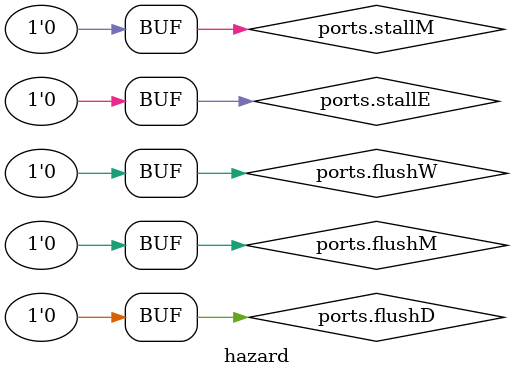
<source format=sv>
`include "mips.svh"

module hazard (
    hazard_intf.hazard ports
);
    // logic CP0E, HILOE, RegE;
    // logic CP0M, HILOM, RegM;
    logic lwstall, branchstall;
    logic rt1, rt2, rs1, rs2;
    always_comb begin
        if ((ports.dataE.decoded_instr.rs != 0) && (ports.dataE.decoded_instr.rs == ports.dataM.writereg) && ports.dataM.decoded_instr.ctl.regwrite) begin
            forwardAE = M;
        end else if ((ports.dataE.decoded_instr.rs != 0) && (ports.dataE.decoded_instr.rs == ports.dataW.writereg) && ports.dataW.decoded_instr.ctl.regwrite) begin
            forwardAE = W;
        end else begin
            forwardAE = E;
        end
        if ((ports.dataE.decoded_instr.rt != 0) && (ports.dataE.decoded_instr.rs == ports.dataM.writereg) && ports.dataM.decoded_instr.ctl.regwrite) begin
            forwardBE = M;
        end else if ((ports.dataE.decoded_instr.rt != 0) && (ports.dataE.decoded_instr.rs == ports.dataW.writereg) && ports.dataW.decoded_instr.ctl.regwrite) begin
            forwardBE = W;
        end else begin
            forwardBE = E;
        end
        if ((ports.dataD.decoded_instr.rs != 0) && (ports.dataD.decoded_instr.rs == ports.dataM.writereg) && ports.dataM.decoded_instr.ctl.regwrite) begin
            forwardAD = M;
        end else if ((ports.dataD.decoded_instr.rs != 0) && (ports.dataD.decoded_instr.rs == ports.dataW.writereg) && ports.dataW.decoded_instr.ctl.regwrite) begin
            forwardAD = W;
        end else begin
            forwardAD = D;
        end
        if ((ports.dataD.decoded_instr.rt != 0) && (ports.dataD.decoded_instr.rs == ports.dataM.writereg) && ports.dataM.decoded_instr.ctl.regwrite) begin
            forwardBD = M;
        end else if ((ports.dataD.decoded_instr.rt != 0) && (ports.dataD.decoded_instr.rs == ports.dataW.writereg) && ports.dataW.decoded_instr.ctl.regwrite) begin
            forwardBD = W;
        end else begin
            forwardBD = D;
        end
    end

    // assign CP0E = port.instrE.op == MTC0 && (CP0RegWriteE == port.instrE.rd) & (CP0RegWriteM == CP0RegReadD);
    // assign CP0M = PrivilegeWriteM & (CP0RegWriteE == CP0SelReadD) & (CP0RegWriteM == CP0RegReadD);
    // assign HILOE = (HIWriteEnE & HIReadEnD) | (LOWriteEnE & LOReadEnD);
    // assign HILOE = (HIWriteEnM & HIReadEnD) | (LOWriteEnM & LOReadEnD);
    // assign RegE = ((ports.dataD.decoded_instr.rs == ports.dataE.writereg) & ports.dataE.decoded_instr.ctl.regwrite) |
    //               ((ports.dataD.decoded_instr.rt == ports.dataE.writereg) & ports.dataE.decoded_instr.ctl.regwrite);
    // assign RegM = ((ports.dataD.decoded_instr.rs == ports.dataM.writereg) & ports.dataM.decoded_instr.ctl.memread) |
    //               ((ports.dataD.decoded_instr.rt == ports.dataM.writereg) & ports.dataM.decoded_instr.ctl.memread);
    assign rt1 = ((ports.dataD.decoded_instr.rt == ports.dataE.writereg) & ports.dataE.decoded_instr.ctl.regwrite);
    assign rs1 = ((ports.dataD.decoded_instr.rs == ports.dataE.writereg) & ports.dataE.decoded_instr.ctl.regwrite);
    assign rt2 = ((ports.dataD.decoded_instr.rt == ports.dataM.writereg) & ports.dataM.decoded_instr.ctl.memread);
    assign rs2 = ((ports.dataD.decoded_instr.rs == ports.dataM.writereg) & ports.dataM.decoded_instr.ctl.memread);
    assign lwstall = ports.dataE.decoded_instr.ctl.memread &&
                    (ports.dataD.decoded_instr.rs == ports.dataE.decoded_instr.rt ||
                     ports.dataD.decoded_instr.rt == ports.dataE.decoded_instr.rt);
    assign branchstall = (ports.dataD.decoded_instr.ctl.jr || ports.dataD.decoded_instr.ctl.branch) &&
                         (rt1 || rs1 || rt2 || rs2);
    assign ports.stallF = lwstall | branchstall;
    assign ports.stallD = ports.stallF;
    assign ports.stallE = '0;
    assign ports.stallM = '0;
    assign ports.flushD = '0;
    assign ports.flushE = ports.stallF;
    assign ports.flushM = '0;
    assign ports.flushW = '0;
endmodule
</source>
